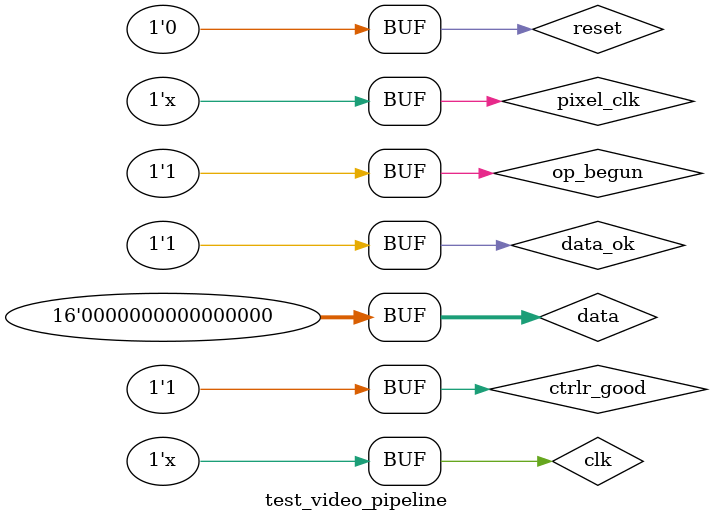
<source format=v>
`timescale 1ns / 1ps


module test_video_pipeline;

	// Inputs
	reg clk;
	reg pixel_clk;
	reg reset;
	reg [15:0] data;
	reg op_begun;
	reg data_ok;
	reg ctrlr_good;

	// Outputs
	wire req_access;
	wire rd;
	wire burst;
	wire [22:0] addr;
	wire hs;
	wire vs;
	wire [7:0] rgb;

	// Instantiate the Unit Under Test (UUT)
	video_pipeline uut (
		.clk(clk), 
		.pixel_clk(pixel_clk), 
		.reset(reset), 
		.data(data), 
		.op_begun(op_begun), 
		.op_finished(1'b1),
		.data_ok(data_ok), 
		.ctrlr_good(ctrlr_good), 
		.req_access(req_access), 
		.rd(rd), 
		.burst(burst), 
		.addr(addr), 
		.hs(hs), 
		.vs(vs), 
		.rgb(rgb)
	);
	
	always
	begin
		#5 clk = !clk;
		#5 clk = !clk;
		#5 clk = !clk;
		#5 clk = !clk;
		pixel_clk = !pixel_clk;
	end

	initial begin
		// Initialize Inputs
		clk = 0;
		pixel_clk = 0; 
		reset = 0;
		data = 0;
		op_begun = 1;
		data_ok = 1;
		ctrlr_good = 1;

		// Wait 100 ns for global reset to finish
		#100;
        
		// Add stimulus here

	end
      
endmodule


</source>
